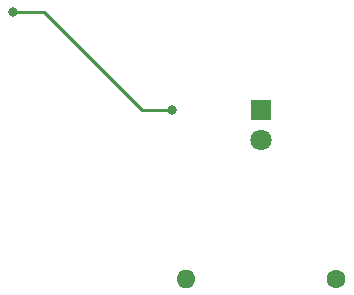
<source format=gtl>
%TF.GenerationSoftware,KiCad,Pcbnew,(6.0.5)*%
%TF.CreationDate,2022-05-25T19:28:13+08:00*%
%TF.ProjectId,uinio,75696e69-6f2e-46b6-9963-61645f706362,rev?*%
%TF.SameCoordinates,Original*%
%TF.FileFunction,Copper,L1,Top*%
%TF.FilePolarity,Positive*%
%FSLAX46Y46*%
G04 Gerber Fmt 4.6, Leading zero omitted, Abs format (unit mm)*
G04 Created by KiCad (PCBNEW (6.0.5)) date 2022-05-25 19:28:13*
%MOMM*%
%LPD*%
G01*
G04 APERTURE LIST*
%TA.AperFunction,ComponentPad*%
%ADD10R,1.800000X1.800000*%
%TD*%
%TA.AperFunction,ComponentPad*%
%ADD11C,1.800000*%
%TD*%
%TA.AperFunction,ComponentPad*%
%ADD12C,1.600000*%
%TD*%
%TA.AperFunction,ComponentPad*%
%ADD13O,1.600000X1.600000*%
%TD*%
%TA.AperFunction,ViaPad*%
%ADD14C,0.800000*%
%TD*%
%TA.AperFunction,Conductor*%
%ADD15C,0.250000*%
%TD*%
G04 APERTURE END LIST*
D10*
%TO.P,D1,1,K*%
%TO.N,GND*%
X178500000Y-74225000D03*
D11*
%TO.P,D1,2,A*%
%TO.N,/LED*%
X178500000Y-76765000D03*
%TD*%
D12*
%TO.P,R1,1*%
%TO.N,/LED*%
X184850000Y-88500000D03*
D13*
%TO.P,R1,2*%
%TO.N,VCC*%
X172150000Y-88500000D03*
%TD*%
D14*
%TO.N,GND*%
X157500000Y-65900000D03*
X170950000Y-74200000D03*
%TD*%
D15*
%TO.N,GND*%
X170950000Y-74200000D02*
X168450000Y-74200000D01*
X160150000Y-65900000D02*
X157500000Y-65900000D01*
X160150000Y-65900000D02*
X168450000Y-74200000D01*
%TD*%
M02*

</source>
